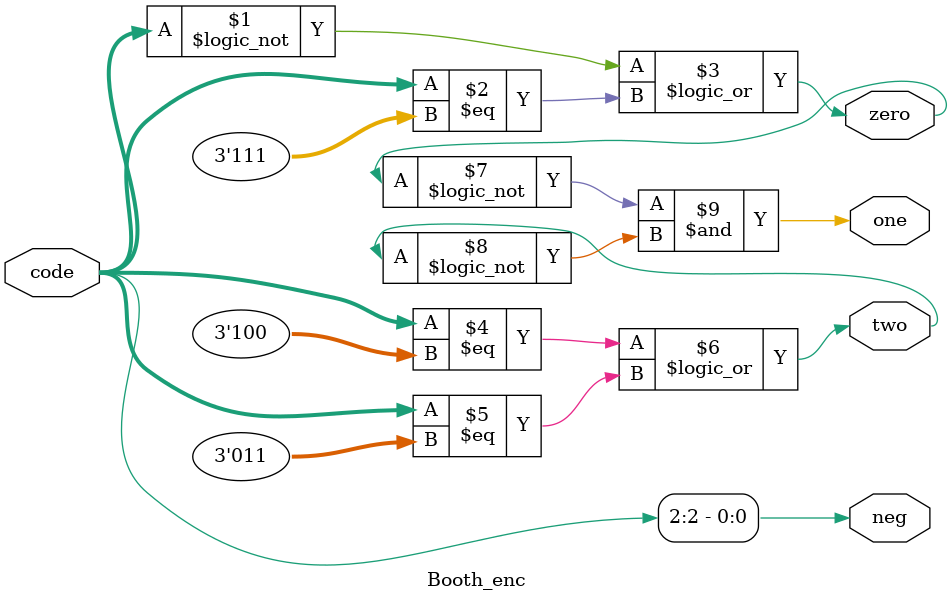
<source format=v>
module Booth_enc(
	input [2:0] code,
	output neg,
	output zero,
	output one,
	output two
);

assign neg  = code[2];
assign zero = (code==3'b000) || (code==3'b111);
assign two  = (code==3'b100) || (code==3'b011);
assign one  = !zero & !two;

endmodule
</source>
